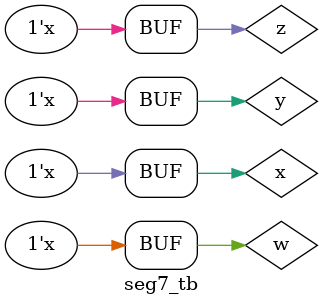
<source format=v>
`timescale 1ns / 1ps


module seg7_tb;
reg w,x,y,z;
wire a,b,c,d,e,f,g,dp;
seg7 u_seg7(
.a(a), .b(b), .c(c), .d(d), .e(e), .f(f), .g(g), .dp(dp), .w(w), .x(x), .y(y), .z(z)
);
initial begin
    w=1'b0;
    x=1'b0;
    y=1'b0;
    z=1'b0;      
    
end

always @(a or b or c or d)begin
    w <= #80 ~w;
    x <= #40 ~x;
    y <= #20 ~y;
    z <= #10 ~z;   
 end
endmodule

</source>
